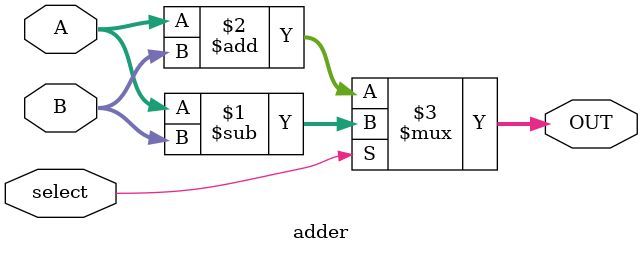
<source format=v>
module adder(select,A,B,OUT) ;
// adder/subtractor
parameter	LENGTH=5;
input			select;
input [LENGTH:1]	A,B;
output [LENGTH:1]	OUT;
assign 	OUT = (select)?(A-B):(A+B);
endmodule

</source>
